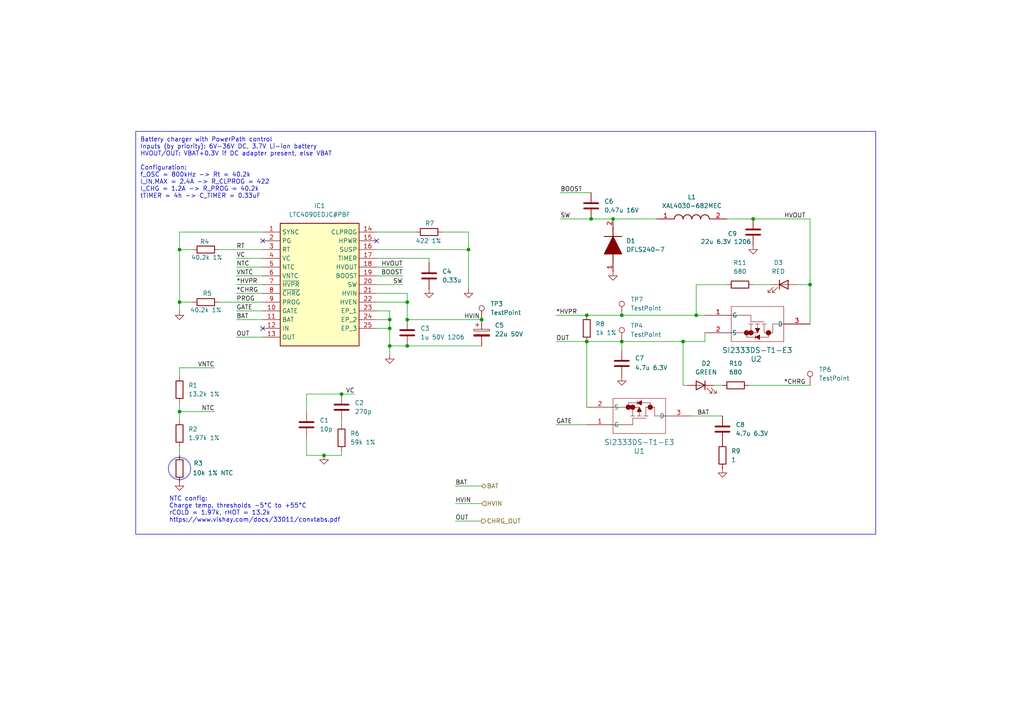
<source format=kicad_sch>
(kicad_sch (version 20250114) (generator "eeschema") (generator_version "9.0")
  (paper "A4")
  (lib_symbols
    (symbol "Connector:TestPoint" (pin_numbers (hide yes)) (pin_names (offset 0.762) (hide yes))
      (property "Reference" "TP" (at 0 6.858 0))
      (property "Value" "TestPoint" (at 0 5.08 0))
      (symbol "TestPoint_0_1"
        (circle (center 0 3.302) (radius 0.762))
      )
      (symbol "TestPoint_1_1"
        (pin passive line (at 0 0 90) (length 2.54) (name "1") (number "1"))
      )
    )
    (symbol "DFLS240-7:DFLS240-7" (pin_names (hide yes))
      (property "Reference" "D" (at 11.43 5.08 0))
      (property "Value" "DFLS240-7" (at 11.43 2.54 0))
      (symbol "DFLS240-7_1_1"
        (polyline (pts (xy 2.54 0) (xy 5.08 0)) (stroke (width 0.254)))
        (polyline (pts (xy 5.08 2.54) (xy 5.08 -2.54)) (stroke (width 0.254)))
        (polyline (pts (xy 5.08 0) (xy 10.16 2.54) (xy 10.16 -2.54) (xy 5.08 0)) (stroke (width 0.254)) (fill (type outline)))
        (polyline (pts (xy 10.16 0) (xy 12.7 0)) (stroke (width 0.254)))
        (pin passive line (at 0 0 0) (length 2.54) (name "K") (number "2"))
        (pin passive line (at 15.24 0 180) (length 2.54) (name "A") (number "1"))
      )
    )
    (symbol "Device:C" (pin_numbers (hide yes)) (pin_names (offset 0.254))
      (property "Reference" "C" (at 0.635 2.54 0))
      (property "Value" "C" (at 0.635 -2.54 0))
      (symbol "C_0_1"
        (polyline (pts (xy -2.032 0.762) (xy 2.032 0.762)) (stroke (width 0.508)))
        (polyline (pts (xy -2.032 -0.762) (xy 2.032 -0.762)) (stroke (width 0.508)))
      )
      (symbol "C_1_1"
        (pin passive line (at 0 3.81 270) (length 2.794) (name "~") (number "1"))
        (pin passive line (at 0 -3.81 90) (length 2.794) (name "~") (number "2"))
      )
    )
    (symbol "Device:C_Polarized" (pin_numbers (hide yes)) (pin_names (offset 0.254))
      (property "Reference" "C" (at 0.635 2.54 0))
      (property "Value" "C_Polarized" (at 0.635 -2.54 0))
      (symbol "C_Polarized_0_1"
        (rectangle (start -2.286 0.508) (end 2.286 1.016))
        (polyline (pts (xy -1.778 2.286) (xy -0.762 2.286)))
        (polyline (pts (xy -1.27 2.794) (xy -1.27 1.778)))
        (rectangle (start 2.286 -0.508) (end -2.286 -1.016) (fill (type outline)))
      )
      (symbol "C_Polarized_1_1"
        (pin passive line (at 0 3.81 270) (length 2.794) (name "~") (number "1"))
        (pin passive line (at 0 -3.81 90) (length 2.794) (name "~") (number "2"))
      )
    )
    (symbol "Device:LED" (pin_numbers (hide yes)) (pin_names (offset 1.016) (hide yes))
      (property "Reference" "D" (at 0 2.54 0))
      (property "Value" "LED" (at 0 -2.54 0))
      (symbol "LED_0_1"
        (polyline (pts (xy -3.048 -0.762) (xy -4.572 -2.286) (xy -3.81 -2.286) (xy -4.572 -2.286) (xy -4.572 -1.524)))
        (polyline (pts (xy -1.778 -0.762) (xy -3.302 -2.286) (xy -2.54 -2.286) (xy -3.302 -2.286) (xy -3.302 -1.524)))
        (polyline (pts (xy -1.27 0) (xy 1.27 0)))
        (polyline (pts (xy -1.27 -1.27) (xy -1.27 1.27)) (stroke (width 0.254)))
        (polyline (pts (xy 1.27 -1.27) (xy 1.27 1.27) (xy -1.27 0) (xy 1.27 -1.27)) (stroke (width 0.254)))
      )
      (symbol "LED_1_1"
        (pin passive line (at -3.81 0 0) (length 2.54) (name "K") (number "1"))
        (pin passive line (at 3.81 0 180) (length 2.54) (name "A") (number "2"))
      )
    )
    (symbol "Device:R" (pin_numbers (hide yes)) (pin_names (offset 0))
      (property "Reference" "R" (at 2.032 0 90))
      (property "Value" "R" (at 0 0 90))
      (symbol "R_0_1"
        (rectangle (start -1.016 -2.54) (end 1.016 2.54) (stroke (width 0.254)))
      )
      (symbol "R_1_1"
        (pin passive line (at 0 3.81 270) (length 1.27) (name "~") (number "1"))
        (pin passive line (at 0 -3.81 90) (length 1.27) (name "~") (number "2"))
      )
    )
    (symbol "GND_1" (power) (pin_numbers (hide yes)) (pin_names (offset 0) (hide yes))
      (property "Value" "GND" (at 0 -3.81 0))
      (symbol "GND_1_0_1"
        (polyline (pts (xy 0 0) (xy 0 -1.27) (xy 1.27 -1.27) (xy 0 -2.54) (xy -1.27 -1.27) (xy 0 -1.27)))
      )
      (symbol "GND_1_1_1"
        (pin power_in line (at 0 0 270) (length 0) (name "~") (number "1"))
      )
    )
    (symbol "LTC4090EDJC#PBF:LTC4090EDJC#PBF"
      (property "Reference" "IC" (at 29.21 7.62 0))
      (property "Value" "LTC4090EDJC#PBF" (at 29.21 5.08 0))
      (symbol "LTC4090EDJC#PBF_1_1"
        (rectangle (start 5.08 2.54) (end 27.94 -33.02) (stroke (width 0.254)) (fill (type background)))
        (pin passive line (at 0 0 0) (length 5.08) (name "SYNC") (number "1"))
        (pin passive line (at 0 -2.54 0) (length 5.08) (name "PG") (number "2"))
        (pin passive line (at 0 -5.08 0) (length 5.08) (name "RT") (number "3"))
        (pin passive line (at 0 -7.62 0) (length 5.08) (name "VC") (number "4"))
        (pin passive line (at 0 -10.16 0) (length 5.08) (name "NTC") (number "5"))
        (pin passive line (at 0 -12.7 0) (length 5.08) (name "VNTC") (number "6"))
        (pin passive line (at 0 -15.24 0) (length 5.08) (name "~{HVPR}") (number "7"))
        (pin passive line (at 0 -17.78 0) (length 5.08) (name "~{CHRG}") (number "8"))
        (pin passive line (at 0 -20.32 0) (length 5.08) (name "PROG") (number "9"))
        (pin passive line (at 0 -22.86 0) (length 5.08) (name "GATE") (number "10"))
        (pin passive line (at 0 -25.4 0) (length 5.08) (name "BAT") (number "11"))
        (pin passive line (at 0 -27.94 0) (length 5.08) (name "IN") (number "12"))
        (pin passive line (at 0 -30.48 0) (length 5.08) (name "OUT") (number "13"))
        (pin passive line (at 33.02 0 180) (length 5.08) (name "CLPROG") (number "14"))
        (pin passive line (at 33.02 -2.54 180) (length 5.08) (name "HPWR") (number "15"))
        (pin passive line (at 33.02 -5.08 180) (length 5.08) (name "SUSP") (number "16"))
        (pin passive line (at 33.02 -7.62 180) (length 5.08) (name "TIMER") (number "17"))
        (pin passive line (at 33.02 -10.16 180) (length 5.08) (name "HVOUT") (number "18"))
        (pin passive line (at 33.02 -12.7 180) (length 5.08) (name "BOOST") (number "19"))
        (pin passive line (at 33.02 -15.24 180) (length 5.08) (name "SW") (number "20"))
        (pin passive line (at 33.02 -17.78 180) (length 5.08) (name "HVIN") (number "21"))
        (pin passive line (at 33.02 -20.32 180) (length 5.08) (name "HVEN") (number "22"))
        (pin passive line (at 33.02 -22.86 180) (length 5.08) (name "EP_1") (number "23"))
        (pin passive line (at 33.02 -25.4 180) (length 5.08) (name "EP_2") (number "24"))
        (pin passive line (at 33.02 -27.94 180) (length 5.08) (name "EP_3") (number "25"))
      )
    )
    (symbol "SI2333DS_T1_E3:SI2333DS-T1-E3" (pin_names (offset 0.254))
      (property "Reference" "U" (at 15.24 7.62 0))
      (property "Value" "SI2333DS-T1-E3" (at 15.24 5.08 0))
      (symbol "SI2333DS-T1-E3_0_1"
        (polyline (pts (xy 7.62 2.54) (xy 7.62 -7.62)) (stroke (width 0.127)))
        (polyline (pts (xy 7.62 -5.08) (xy 15.24 -5.08)) (stroke (width 0.127)))
        (polyline (pts (xy 7.62 -7.62) (xy 22.86 -7.62)) (stroke (width 0.127)))
        (polyline (pts (xy 12.065 -5.08) (xy 12.065 -6.35)) (stroke (width 0.127)))
        (circle (center 12.065 -5.08) (radius 0.127) (stroke (width 0.635)))
        (polyline (pts (xy 12.065 -6.35) (xy 18.415 -6.35)) (stroke (width 0.127)))
        (polyline (pts (xy 13.335 0) (xy 7.62 0)) (stroke (width 0.127)))
        (polyline (pts (xy 13.335 -1.905) (xy 13.335 0)) (stroke (width 0.127)))
        (polyline (pts (xy 13.335 -2.54) (xy 13.335 -5.08)) (stroke (width 0.127)))
        (circle (center 13.335 -5.08) (radius 0.127) (stroke (width 0.635)))
        (polyline (pts (xy 13.97 -2.54) (xy 12.7 -2.54)) (stroke (width 0.127)))
        (polyline (pts (xy 14.605 -2.54) (xy 15.875 -2.54)) (stroke (width 0.127)))
        (polyline (pts (xy 14.605 -3.81) (xy 15.875 -3.81) (xy 15.24 -5.08)) (fill (type outline)))
        (polyline (pts (xy 14.605 -5.715) (xy 14.605 -6.985)) (stroke (width 0.127)))
        (polyline (pts (xy 14.605 -6.35) (xy 15.875 -5.715)) (stroke (width 0.127)))
        (polyline (pts (xy 14.605 -6.35) (xy 15.875 -5.715) (xy 15.875 -6.985)) (fill (type outline)))
        (polyline (pts (xy 15.24 -2.54) (xy 15.24 -5.08)) (stroke (width 0.127)))
        (polyline (pts (xy 15.24 -5.08) (xy 14.605 -3.81)) (stroke (width 0.127)))
        (polyline (pts (xy 15.24 -5.08) (xy 15.875 -3.81)) (stroke (width 0.127)))
        (polyline (pts (xy 15.875 -3.81) (xy 14.605 -3.81)) (stroke (width 0.127)))
        (polyline (pts (xy 15.875 -5.715) (xy 15.875 -6.985)) (stroke (width 0.127)))
        (polyline (pts (xy 15.875 -6.985) (xy 14.605 -6.35)) (stroke (width 0.127)))
        (polyline (pts (xy 16.51 -2.54) (xy 17.78 -2.54)) (stroke (width 0.127)))
        (polyline (pts (xy 17.145 -1.905) (xy 13.335 -1.905)) (stroke (width 0.127)))
        (polyline (pts (xy 17.145 -2.54) (xy 17.145 -5.08)) (stroke (width 0.127)))
        (polyline (pts (xy 17.145 -5.08) (xy 19.685 -5.08)) (stroke (width 0.127)))
        (circle (center 18.415 -5.08) (radius 0.127) (stroke (width 0.635)))
        (polyline (pts (xy 18.415 -6.35) (xy 18.415 -5.08)) (stroke (width 0.127)))
        (polyline (pts (xy 19.685 -2.54) (xy 22.86 -2.54)) (stroke (width 0.127)))
        (polyline (pts (xy 19.685 -5.08) (xy 19.685 -2.54)) (stroke (width 0.127)))
        (polyline (pts (xy 22.86 2.54) (xy 7.62 2.54)) (stroke (width 0.127)))
        (polyline (pts (xy 22.86 -7.62) (xy 22.86 2.54)) (stroke (width 0.127)))
        (pin unspecified line (at 0 0 0) (length 7.62) (name "G") (number "1"))
        (pin unspecified line (at 0 -5.08 0) (length 7.62) (name "S") (number "2"))
        (pin unspecified line (at 30.48 -2.54 180) (length 7.62) (name "D") (number "3"))
      )
    )
    (symbol "XAL4030-682MEC:XAL4030-682MEC" (pin_names (hide yes))
      (property "Reference" "L" (at 16.51 6.35 0))
      (property "Value" "XAL4030-682MEC" (at 16.51 3.81 0))
      (symbol "XAL4030-682MEC_1_1"
        (arc (start 5.08 0) (mid 6.35 1.219) (end 7.62 0) (stroke (width 0.254)))
        (arc (start 7.62 0) (mid 8.89 1.219) (end 10.16 0) (stroke (width 0.254)))
        (arc (start 10.16 0) (mid 11.43 1.219) (end 12.7 0) (stroke (width 0.254)))
        (arc (start 12.7 0) (mid 13.97 1.219) (end 15.24 0) (stroke (width 0.254)))
        (pin passive line (at 0 0 0) (length 5.08) (name "1") (number "1"))
        (pin passive line (at 20.32 0 180) (length 5.08) (name "2") (number "2"))
      )
    )
  )
  (circle (center 52.07 135.89) (radius 3.2379))
  (rectangle (start 39.37 38.1) (end 254 154.94))
  (text "Battery charger with PowerPath control\nInputs (by priority): 6V-36V DC, 3.7V Li-ion battery\nHVOUT/OUT: VBAT+0.3V if DC adapter present, else VBAT\n\nConfiguration:\nf_OSC = 800kHz -> Rt = 40.2k\nI_IN,MAX = 2.4A -> R_CLPROG = 422\nI_CHG = 1.2A -> R_PROG = 40.2k\ntTIMER = 4h -> C_TIMER = 0.33uF\n" (at 40.64 48.768 0) (effects (font (size 1.27 1.27)) (justify left)))
  (text "NTC config:\nCharge temp. thresholds -5°C to +55°C\nrCOLD = 1.97k, rHOT = 13.2k\nhttps://www.vishay.com/docs/33011/convtabs.pdf" (at 49.022 147.828 0) (effects (font (size 1.27 1.27)) (justify left)))
  (junction (at 170.18 91.44))
  (junction (at 198.12 99.06))
  (junction (at 170.18 99.06))
  (junction (at 135.89 72.39))
  (junction (at 113.03 100.33))
  (junction (at 171.45 63.5))
  (junction (at 52.07 119.38))
  (junction (at 113.03 92.71))
  (junction (at 118.11 87.63))
  (junction (at 201.93 91.44))
  (junction (at 180.34 99.06))
  (junction (at 180.34 91.44))
  (junction (at 93.98 132.08))
  (junction (at 113.03 95.25))
  (junction (at 177.8 63.5))
  (junction (at 118.11 100.33))
  (junction (at 139.7 92.71))
  (junction (at 218.44 63.5))
  (junction (at 234.95 82.55))
  (junction (at 52.07 72.39))
  (junction (at 99.06 114.3))
  (junction (at 52.07 87.63))
  (junction (at 118.11 92.71))
  (no_connect (at 76.2 69.85))
  (no_connect (at 76.2 95.25))
  (no_connect (at 109.22 69.85))
  (wire (pts (xy 218.44 63.5) (xy 234.95 63.5)))
  (wire (pts (xy 135.89 83.82) (xy 135.89 72.39)))
  (wire (pts (xy 68.58 92.71) (xy 76.2 92.71)))
  (wire (pts (xy 68.58 97.79) (xy 76.2 97.79)))
  (wire (pts (xy 113.03 100.33) (xy 118.11 100.33)))
  (wire (pts (xy 180.34 101.6) (xy 180.34 99.06)))
  (wire (pts (xy 68.58 74.93) (xy 76.2 74.93)))
  (wire (pts (xy 217.17 111.76) (xy 234.95 111.76)))
  (wire (pts (xy 99.06 121.92) (xy 99.06 123.19)))
  (wire (pts (xy 177.8 63.5) (xy 190.5 63.5)))
  (wire (pts (xy 109.22 92.71) (xy 113.03 92.71)))
  (wire (pts (xy 118.11 92.71) (xy 139.7 92.71)))
  (wire (pts (xy 135.89 67.31) (xy 135.89 72.39)))
  (wire (pts (xy 52.07 109.22) (xy 52.07 106.68)))
  (wire (pts (xy 161.29 99.06) (xy 170.18 99.06)))
  (wire (pts (xy 99.06 130.81) (xy 99.06 132.08)))
  (wire (pts (xy 63.5 87.63) (xy 76.2 87.63)))
  (wire (pts (xy 68.58 90.17) (xy 76.2 90.17)))
  (wire (pts (xy 170.18 91.44) (xy 180.34 91.44)))
  (wire (pts (xy 161.29 123.19) (xy 170.18 123.19)))
  (wire (pts (xy 180.34 91.44) (xy 201.93 91.44)))
  (wire (pts (xy 218.44 82.55) (xy 223.52 82.55)))
  (wire (pts (xy 204.47 99.06) (xy 204.47 96.52)))
  (wire (pts (xy 118.11 87.63) (xy 118.11 85.09)))
  (wire (pts (xy 113.03 92.71) (xy 113.03 90.17)))
  (wire (pts (xy 68.58 82.55) (xy 76.2 82.55)))
  (wire (pts (xy 109.22 85.09) (xy 118.11 85.09)))
  (wire (pts (xy 109.22 95.25) (xy 113.03 95.25)))
  (wire (pts (xy 102.87 114.3) (xy 99.06 114.3)))
  (wire (pts (xy 201.93 82.55) (xy 201.93 91.44)))
  (wire (pts (xy 93.98 132.08) (xy 99.06 132.08)))
  (wire (pts (xy 128.27 67.31) (xy 135.89 67.31)))
  (wire (pts (xy 161.29 91.44) (xy 170.18 91.44)))
  (wire (pts (xy 170.18 99.06) (xy 180.34 99.06)))
  (wire (pts (xy 88.9 119.38) (xy 88.9 114.3)))
  (wire (pts (xy 52.07 67.31) (xy 76.2 67.31)))
  (wire (pts (xy 68.58 77.47) (xy 76.2 77.47)))
  (wire (pts (xy 132.08 146.05) (xy 139.7 146.05)))
  (wire (pts (xy 210.82 82.55) (xy 201.93 82.55)))
  (wire (pts (xy 113.03 102.87) (xy 113.03 100.33)))
  (wire (pts (xy 52.07 129.54) (xy 52.07 132.08)))
  (wire (pts (xy 171.45 63.5) (xy 177.8 63.5)))
  (wire (pts (xy 109.22 74.93) (xy 124.46 74.93)))
  (wire (pts (xy 234.95 63.5) (xy 234.95 82.55)))
  (wire (pts (xy 52.07 119.38) (xy 52.07 116.84)))
  (wire (pts (xy 132.08 151.13) (xy 139.7 151.13)))
  (wire (pts (xy 162.56 55.88) (xy 171.45 55.88)))
  (wire (pts (xy 62.23 119.38) (xy 52.07 119.38)))
  (wire (pts (xy 52.07 67.31) (xy 52.07 72.39)))
  (wire (pts (xy 52.07 72.39) (xy 52.07 87.63)))
  (wire (pts (xy 99.06 114.3) (xy 88.9 114.3)))
  (wire (pts (xy 234.95 82.55) (xy 234.95 93.98)))
  (wire (pts (xy 198.12 111.76) (xy 199.39 111.76)))
  (wire (pts (xy 180.34 99.06) (xy 198.12 99.06)))
  (wire (pts (xy 113.03 90.17) (xy 109.22 90.17)))
  (wire (pts (xy 170.18 99.06) (xy 170.18 118.11)))
  (wire (pts (xy 52.07 106.68) (xy 62.23 106.68)))
  (wire (pts (xy 113.03 100.33) (xy 113.03 95.25)))
  (wire (pts (xy 124.46 74.93) (xy 124.46 76.2)))
  (wire (pts (xy 116.84 82.55) (xy 109.22 82.55)))
  (wire (pts (xy 109.22 87.63) (xy 118.11 87.63)))
  (wire (pts (xy 231.14 82.55) (xy 234.95 82.55)))
  (wire (pts (xy 52.07 87.63) (xy 55.88 87.63)))
  (wire (pts (xy 113.03 95.25) (xy 113.03 92.71)))
  (wire (pts (xy 201.93 91.44) (xy 204.47 91.44)))
  (wire (pts (xy 63.5 72.39) (xy 76.2 72.39)))
  (wire (pts (xy 88.9 127) (xy 88.9 132.08)))
  (wire (pts (xy 52.07 87.63) (xy 52.07 90.17)))
  (wire (pts (xy 118.11 87.63) (xy 118.11 92.71)))
  (wire (pts (xy 116.84 80.01) (xy 109.22 80.01)))
  (wire (pts (xy 198.12 99.06) (xy 198.12 111.76)))
  (wire (pts (xy 135.89 72.39) (xy 109.22 72.39)))
  (wire (pts (xy 118.11 100.33) (xy 139.7 100.33)))
  (wire (pts (xy 52.07 119.38) (xy 52.07 121.92)))
  (wire (pts (xy 132.08 140.97) (xy 139.7 140.97)))
  (wire (pts (xy 68.58 85.09) (xy 76.2 85.09)))
  (wire (pts (xy 162.56 63.5) (xy 171.45 63.5)))
  (wire (pts (xy 200.66 120.65) (xy 209.55 120.65)))
  (wire (pts (xy 88.9 132.08) (xy 93.98 132.08)))
  (wire (pts (xy 109.22 67.31) (xy 120.65 67.31)))
  (wire (pts (xy 116.84 77.47) (xy 109.22 77.47)))
  (wire (pts (xy 210.82 63.5) (xy 218.44 63.5)))
  (wire (pts (xy 198.12 99.06) (xy 204.47 99.06)))
  (wire (pts (xy 52.07 72.39) (xy 55.88 72.39)))
  (wire (pts (xy 68.58 80.01) (xy 76.2 80.01)))
  (wire (pts (xy 207.01 111.76) (xy 209.55 111.76)))
  (label "*CHRG" (at 68.58 85.09 0))
  (label "BOOST" (at 116.84 80.01 180))
  (label "NTC" (at 68.58 77.47 0))
  (label "GATE" (at 161.29 123.19 0))
  (label "VNTC" (at 62.23 106.68 180))
  (label "GATE" (at 68.58 90.17 0))
  (label "VC" (at 68.58 74.93 0))
  (label "OUT" (at 68.58 97.79 0))
  (label "PROG" (at 68.58 87.63 0))
  (label "SW" (at 116.84 82.55 180))
  (label "BAT" (at 132.08 140.97 0))
  (label "OUT" (at 132.08 151.13 0))
  (label "HVOUT" (at 233.68 63.5 180))
  (label "BAT" (at 68.58 92.71 0))
  (label "BAT" (at 205.74 120.65 180))
  (label "BOOST" (at 162.56 55.88 0))
  (label "VC" (at 102.87 114.3 180))
  (label "SW" (at 162.56 63.5 0))
  (label "OUT" (at 161.29 99.06 0))
  (label "NTC" (at 62.23 119.38 180))
  (label "HVIN" (at 132.08 146.05 0))
  (label "RT" (at 68.58 72.39 0))
  (label "*HVPR" (at 161.29 91.44 0))
  (label "*HVPR" (at 68.58 82.55 0))
  (label "HVIN" (at 134.62 92.71 0))
  (label "*CHRG" (at 233.68 111.76 180))
  (label "HVOUT" (at 116.84 77.47 180))
  (label "VNTC" (at 68.58 80.01 0))
  (hierarchical_label "HVIN" (shape input) (at 139.7 146.05 0))
  (hierarchical_label "BAT" (shape bidirectional) (at 139.7 140.97 0))
  (hierarchical_label "CHRG_OUT" (shape output) (at 139.7 151.13 0))
  (symbol (lib_name "GND_1") (lib_id "power:GND") (at 124.46 83.82 0) (unit 1)
    (property "Reference" "#PWR05" (effects (hide yes)))
    (property "Value" "GND" (effects (hide yes)))
    (property "Description" "Power symbol creates a global label with name \"GND\" , ground" (effects (hide yes)))
  )
  (symbol (lib_id "Device:LED") (at 203.2 111.76 0) (mirror y) (unit 1)
    (property "Reference" "D2" (at 204.7875 105.41 0))
    (property "Value" "GREEN" (at 204.7875 107.95 0))
    (property "Footprint" "LED_SMD:LED_0603_1608Metric" (effects (hide yes)))
  )
  (symbol (lib_id "Connector:TestPoint") (at 139.7 92.71 0) (unit 1)
    (property "Reference" "TP3" (at 142.24 88.1379 0) (effects (justify left)))
    (property "Value" "TestPoint" (at 142.24 90.6779 0) (effects (justify left)))
    (property "Footprint" "TestPoint:TestPoint_THTPad_D1.5mm_Drill0.7mm" (effects (hide yes)))
    (property "Description" "test point" (effects (hide yes)))
  )
  (symbol (lib_id "Device:R") (at 52.07 125.73 0) (unit 1)
    (property "Reference" "R2" (at 54.61 124.4599 0) (effects (justify left)))
    (property "Value" "1.97k 1%" (at 54.61 126.9999 0) (effects (justify left)))
    (property "Footprint" "Resistor_SMD:R_0603_1608Metric" (effects (hide yes)))
  )
  (symbol (lib_id "SI2333DS_T1_E3:SI2333DS-T1-E3") (at 170.18 123.19 0) (mirror x) (unit 1)
    (property "Reference" "U1" (at 185.42 130.81 0) (effects (font (size 1.524 1.524))))
    (property "Value" "SI2333DS-T1-E3" (at 185.42 128.27 0) (effects (font (size 1.524 1.524))))
    (property "Footprint" "SI2333DS_T1_E3:TO-236_VIS" (effects (hide yes)))
    (property "Datasheet" "SI2333DS-T1-E3" (effects (hide yes)))
  )
  (symbol (lib_name "GND_1") (lib_id "power:GND") (at 113.03 102.87 0) (unit 1)
    (property "Reference" "#PWR04" (effects (hide yes)))
    (property "Value" "GND" (effects (hide yes)))
    (property "Description" "Power symbol creates a global label with name \"GND\" , ground" (effects (hide yes)))
  )
  (symbol (lib_id "XAL4030-682MEC:XAL4030-682MEC") (at 190.5 63.5 0) (unit 1)
    (property "Reference" "L1" (at 200.66 57.15 0))
    (property "Value" "XAL4030-682MEC" (at 200.66 59.69 0))
    (property "Footprint" "XAL4030-682MEC:XFL4030472MEB" (effects (hide yes)))
    (property "Datasheet" "https://www.coilcraft.com/pdfs/xal4000.pdf" (effects (hide yes)))
    (property "Description" "COILCRAFT - XAL4030-682MEC - INDUCTOR, 6.8UH, 3.9A, 20%, PWR, 29MHZ" (effects (hide yes)))
    (property "Height" "3" (effects (hide yes)))
    (property "Mouser Part Number" "994-XAL4030-682MEC" (effects (hide yes)))
    (property "Mouser Price/Stock" "https://www.mouser.co.uk/ProductDetail/Coilcraft/XAL4030-682MEC?qs=zCSbvcPd3pYFEzn5Gbv4QQ%3D%3D" (effects (hide yes)))
    (property "Manufacturer_Name" "COILCRAFT" (effects (hide yes)))
    (property "Manufacturer_Part_Number" "XAL4030-682MEC" (effects (hide yes)))
  )
  (symbol (lib_id "Device:R") (at 124.46 67.31 90) (unit 1)
    (property "Reference" "R7" (at 125.984 64.77 90) (effects (justify left)))
    (property "Value" "422 1%" (at 128.016 69.85 90) (effects (justify left)))
    (property "Footprint" "Resistor_SMD:R_0603_1608Metric" (effects (hide yes)))
    (property "Description" "Resistor" (effects (hide yes)))
  )
  (symbol (lib_id "Device:C") (at 218.44 67.31 0) (unit 1)
    (property "Reference" "C9" (at 211.074 67.818 0) (effects (justify left)))
    (property "Value" "22u 6.3V 1206" (at 203.2 70.104 0) (effects (justify left)))
    (property "Footprint" "Capacitor_SMD:C_1206_3216Metric" (effects (hide yes)))
  )
  (symbol (lib_id "Device:C") (at 88.9 123.19 0) (unit 1)
    (property "Reference" "C1" (at 92.71 121.9199 0) (effects (justify left)))
    (property "Value" "10p" (at 92.71 124.4599 0) (effects (justify left)))
    (property "Footprint" "Capacitor_SMD:C_0603_1608Metric" (effects (hide yes)))
    (property "Description" "Unpolarized capacitor" (effects (hide yes)))
  )
  (symbol (lib_id "Device:C") (at 118.11 96.52 0) (unit 1)
    (property "Reference" "C3" (at 121.92 95.2499 0) (effects (justify left)))
    (property "Value" "1u 50V 1206" (at 121.92 97.7899 0) (effects (justify left)))
    (property "Footprint" "Capacitor_SMD:C_1206_3216Metric" (effects (hide yes)))
    (property "Description" "Unpolarized capacitor" (effects (hide yes)))
  )
  (symbol (lib_name "GND_1") (lib_id "power:GND") (at 218.44 71.12 0) (unit 1)
    (property "Reference" "#PWR010" (effects (hide yes)))
    (property "Value" "GND" (effects (hide yes)))
    (property "Description" "Power symbol creates a global label with name \"GND\" , ground" (effects (hide yes)))
  )
  (symbol (lib_name "GND_1") (lib_id "power:GND") (at 209.55 135.89 0) (unit 1)
    (property "Reference" "#PWR09" (effects (hide yes)))
    (property "Value" "GND" (effects (hide yes)))
    (property "Description" "Power symbol creates a global label with name \"GND\" , ground" (effects (hide yes)))
  )
  (symbol (lib_id "Device:R") (at 170.18 95.25 0) (unit 1)
    (property "Reference" "R8" (at 172.72 93.98 0) (effects (justify left)))
    (property "Value" "1k 1%" (at 172.72 96.52 0) (effects (justify left)))
    (property "Footprint" "Resistor_SMD:R_0402_1005Metric" (effects (hide yes)))
  )
  (symbol (lib_name "GND_1") (lib_id "power:GND") (at 52.07 139.7 0) (unit 1)
    (property "Reference" "#PWR02" (effects (hide yes)))
    (property "Value" "GND" (effects (hide yes)))
    (property "Description" "Power symbol creates a global label with name \"GND\" , ground" (effects (hide yes)))
  )
  (symbol (lib_id "SI2333DS_T1_E3:SI2333DS-T1-E3") (at 204.47 91.44 0) (unit 1)
    (property "Reference" "U2" (at 220.98 104.14 0) (effects (font (size 1.524 1.524)) (justify right)))
    (property "Value" "SI2333DS-T1-E3" (at 229.87 101.6 0) (effects (font (size 1.524 1.524)) (justify right)))
    (property "Footprint" "SI2333DS_T1_E3:TO-236_VIS" (effects (hide yes)))
    (property "Datasheet" "SI2333DS-T1-E3" (effects (hide yes)))
  )
  (symbol (lib_id "Connector:TestPoint") (at 180.34 99.06 0) (unit 1)
    (property "Reference" "TP4" (at 182.88 94.4879 0) (effects (justify left)))
    (property "Value" "TestPoint" (at 182.88 97.0279 0) (effects (justify left)))
    (property "Footprint" "TestPoint:TestPoint_THTPad_D1.5mm_Drill0.7mm" (effects (hide yes)))
    (property "Description" "test point" (effects (hide yes)))
  )
  (symbol (lib_id "LTC4090EDJC#PBF:LTC4090EDJC#PBF") (at 76.2 67.31 0) (unit 1)
    (property "Reference" "IC1" (at 92.71 59.69 0))
    (property "Value" "LTC4090EDJC#PBF" (at 92.71 62.23 0))
    (property "Footprint" "LTC4090EDJC#PBF:LTC4089EDJC5TRPBF" (effects (hide yes)))
    (property "Datasheet" "https://www.analog.com/LTC4090-3/datasheet" (effects (hide yes)))
    (property "Description" "Battery Management USB Pwr Manager w/ 2A Hi V Bat-Track Buc" (effects (hide yes)))
    (property "Height" "0.8" (effects (hide yes)))
    (property "Mouser Part Number" "584-LTC4090EDJC#PBF" (effects (hide yes)))
    (property "Mouser Price/Stock" "https://www.mouser.co.uk/ProductDetail/Analog-Devices/LTC4090EDJCPBF?qs=hVkxg5c3xu9SRW4Nc5uCVQ%3D%3D" (effects (hide yes)))
    (property "Manufacturer_Name" "Analog Devices" (effects (hide yes)))
    (property "Manufacturer_Part_Number" "LTC4090EDJC#PBF" (effects (hide yes)))
  )
  (symbol (lib_id "Device:R") (at 59.69 87.63 90) (unit 1)
    (property "Reference" "R5" (at 61.468 85.09 90) (effects (justify left)))
    (property "Value" "40.2k 1%" (at 64.262 89.916 90) (effects (justify left)))
    (property "Footprint" "Resistor_SMD:R_0603_1608Metric" (effects (hide yes)))
    (property "Description" "Resistor" (effects (hide yes)))
  )
  (symbol (lib_id "Connector:TestPoint") (at 180.34 91.44 0) (unit 1)
    (property "Reference" "TP7" (at 182.88 86.8679 0) (effects (justify left)))
    (property "Value" "TestPoint" (at 182.88 89.4079 0) (effects (justify left)))
    (property "Footprint" "TestPoint:TestPoint_THTPad_D1.5mm_Drill0.7mm" (effects (hide yes)))
    (property "Description" "test point" (effects (hide yes)))
  )
  (symbol (lib_name "GND_1") (lib_id "power:GND") (at 180.34 109.22 0) (unit 1)
    (property "Reference" "#PWR08" (effects (hide yes)))
    (property "Value" "GND" (effects (hide yes)))
    (property "Description" "Power symbol creates a global label with name \"GND\" , ground" (effects (hide yes)))
  )
  (symbol (lib_id "Device:R") (at 52.07 135.89 0) (unit 1)
    (property "Reference" "R3" (at 56.134 134.366 0) (effects (justify left)))
    (property "Value" "10k 1% NTC" (at 55.88 137.16 0) (effects (justify left)))
    (property "Footprint" "Resistor_SMD:R_0603_1608Metric" (effects (hide yes)))
  )
  (symbol (lib_id "Device:R") (at 209.55 132.08 0) (unit 1)
    (property "Reference" "R9" (at 212.09 130.81 0) (effects (justify left)))
    (property "Value" "1" (at 212.09 133.35 0) (effects (justify left)))
    (property "Footprint" "Resistor_SMD:R_0603_1608Metric" (effects (hide yes)))
  )
  (symbol (lib_name "GND_1") (lib_id "power:GND") (at 52.07 90.17 0) (unit 1)
    (property "Reference" "#PWR01" (effects (hide yes)))
    (property "Value" "GND" (effects (hide yes)))
    (property "Description" "Power symbol creates a global label with name \"GND\" , ground" (effects (hide yes)))
  )
  (symbol (lib_id "Device:C_Polarized") (at 139.7 96.52 0) (unit 1)
    (property "Reference" "C5" (at 143.51 94.3609 0) (effects (justify left)))
    (property "Value" "22u 50V" (at 143.51 96.9009 0) (effects (justify left)))
    (property "Footprint" "Capacitor_SMD:CP_Elec_6.3x5.7" (effects (hide yes)))
    (property "Description" "Polarized capacitor" (effects (hide yes)))
  )
  (symbol (lib_id "Device:C") (at 180.34 105.41 0) (unit 1)
    (property "Reference" "C7" (at 184.15 103.886 0) (effects (justify left)))
    (property "Value" "4.7u 6.3V" (at 184.15 106.68 0) (effects (justify left)))
    (property "Footprint" "Capacitor_SMD:C_0603_1608Metric" (effects (hide yes)))
  )
  (symbol (lib_id "Device:R") (at 59.69 72.39 90) (unit 1)
    (property "Reference" "R4" (at 60.706 70.104 90) (effects (justify left)))
    (property "Value" "40.2k 1%" (at 64.516 74.676 90) (effects (justify left)))
    (property "Footprint" "Resistor_SMD:R_0603_1608Metric" (effects (hide yes)))
    (property "Description" "Resistor" (effects (hide yes)))
  )
  (symbol (lib_name "GND_1") (lib_id "power:GND") (at 93.98 132.08 0) (unit 1)
    (property "Reference" "#PWR03" (effects (hide yes)))
    (property "Value" "GND" (effects (hide yes)))
    (property "Description" "Power symbol creates a global label with name \"GND\" , ground" (effects (hide yes)))
  )
  (symbol (lib_name "GND_1") (lib_id "power:GND") (at 135.89 83.82 0) (unit 1)
    (property "Reference" "#PWR06" (effects (hide yes)))
    (property "Value" "GND" (effects (hide yes)))
    (property "Description" "Power symbol creates a global label with name \"GND\" , ground" (effects (hide yes)))
  )
  (symbol (lib_id "Device:C") (at 209.55 124.46 0) (unit 1)
    (property "Reference" "C8" (at 213.36 123.19 0) (effects (justify left)))
    (property "Value" "4.7u 6.3V" (at 213.36 125.73 0) (effects (justify left)))
    (property "Footprint" "Capacitor_SMD:C_0603_1608Metric" (effects (hide yes)))
  )
  (symbol (lib_id "Device:R") (at 213.36 111.76 90) (unit 1)
    (property "Reference" "R10" (at 213.36 105.41 90))
    (property "Value" "680" (at 213.36 107.95 90))
    (property "Footprint" "Resistor_SMD:R_0603_1608Metric" (effects (hide yes)))
  )
  (symbol (lib_id "Device:R") (at 214.63 82.55 270) (unit 1)
    (property "Reference" "R11" (at 214.63 76.2 90))
    (property "Value" "680" (at 214.63 78.74 90))
    (property "Footprint" "Resistor_SMD:R_0603_1608Metric" (effects (hide yes)))
  )
  (symbol (lib_id "Device:C") (at 99.06 118.11 0) (unit 1)
    (property "Reference" "C2" (at 102.87 116.8399 0) (effects (justify left)))
    (property "Value" "270p" (at 102.87 119.3799 0) (effects (justify left)))
    (property "Footprint" "Capacitor_SMD:C_0603_1608Metric" (effects (hide yes)))
    (property "Description" "Unpolarized capacitor" (effects (hide yes)))
  )
  (symbol (lib_name "GND_1") (lib_id "power:GND") (at 177.8 78.74 0) (unit 1)
    (property "Reference" "#PWR07" (effects (hide yes)))
    (property "Value" "GND" (effects (hide yes)))
    (property "Description" "Power symbol creates a global label with name \"GND\" , ground" (effects (hide yes)))
  )
  (symbol (lib_id "Connector:TestPoint") (at 234.95 111.76 0) (unit 1)
    (property "Reference" "TP6" (at 237.49 107.1879 0) (effects (justify left)))
    (property "Value" "TestPoint" (at 237.49 109.7279 0) (effects (justify left)))
    (property "Footprint" "TestPoint:TestPoint_THTPad_D1.5mm_Drill0.7mm" (effects (hide yes)))
    (property "Description" "test point" (effects (hide yes)))
  )
  (symbol (lib_id "Device:LED") (at 227.33 82.55 0) (unit 1)
    (property "Reference" "D3" (at 225.7425 76.2 0))
    (property "Value" "RED" (at 225.7425 78.74 0))
    (property "Footprint" "LED_SMD:LED_0603_1608Metric" (effects (hide yes)))
  )
  (symbol (lib_id "DFLS240-7:DFLS240-7") (at 177.8 63.5 270) (unit 1)
    (property "Reference" "D1" (at 181.61 69.85 90) (effects (justify left)))
    (property "Value" "DFLS240-7" (at 181.61 72.39 90) (effects (justify left)))
    (property "Footprint" "DFLS240-7:POWERDI123" (effects (hide yes)))
    (property "Datasheet" "https://componentsearchengine.com/Datasheets/1/DFLS240-7.pdf" (effects (hide yes)))
    (property "Mouser Part Number" "621-DFLS240-7" (effects (hide yes)))
    (property "Mouser Price/Stock" "https://www.mouser.co.uk/ProductDetail/Diodes-Incorporated/DFLS240-7?qs=mQbszxtPdlOdicBjJF8M2A%3D%3D" (effects (hide yes)))
    (property "Manufacturer_Name" "Diodes Incorporated" (effects (hide yes)))
    (property "Manufacturer_Part_Number" "DFLS240-7" (effects (hide yes)))
  )
  (symbol (lib_id "Device:R") (at 99.06 127 0) (unit 1)
    (property "Reference" "R6" (at 101.6 125.7299 0) (effects (justify left)))
    (property "Value" "59k 1%" (at 101.6 128.2699 0) (effects (justify left)))
    (property "Footprint" "Resistor_SMD:R_0603_1608Metric" (effects (hide yes)))
  )
  (symbol (lib_id "Device:R") (at 52.07 113.03 0) (unit 1)
    (property "Reference" "R1" (at 54.61 111.7599 0) (effects (justify left)))
    (property "Value" "13.2k 1%" (at 54.61 114.2999 0) (effects (justify left)))
    (property "Footprint" "Resistor_SMD:R_0603_1608Metric" (effects (hide yes)))
  )
  (symbol (lib_id "Device:C") (at 171.45 59.69 0) (unit 1)
    (property "Reference" "C6" (at 175.26 58.4199 0) (effects (justify left)))
    (property "Value" "0.47u 16V" (at 175.26 60.9599 0) (effects (justify left)))
    (property "Footprint" "Capacitor_SMD:C_0402_1005Metric" (effects (hide yes)))
    (property "Description" "Unpolarized capacitor" (effects (hide yes)))
  )
  (symbol (lib_id "Device:C") (at 124.46 80.01 0) (unit 1)
    (property "Reference" "C4" (at 128.27 78.7399 0) (effects (justify left)))
    (property "Value" "0.33u" (at 128.27 81.2799 0) (effects (justify left)))
    (property "Footprint" "Capacitor_SMD:C_0603_1608Metric" (effects (hide yes)))
    (property "Description" "Unpolarized capacitor" (effects (hide yes)))
  )
)
</source>
